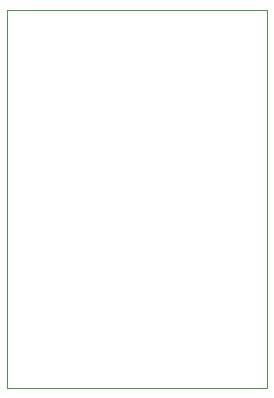
<source format=gm1>
G04 #@! TF.GenerationSoftware,KiCad,Pcbnew,7.0.0-da2b9df05c~163~ubuntu22.04.1*
G04 #@! TF.CreationDate,2023-03-12T19:03:42+00:00*
G04 #@! TF.ProjectId,simpleadapter14f,73696d70-6c65-4616-9461-707465723134,rev?*
G04 #@! TF.SameCoordinates,Original*
G04 #@! TF.FileFunction,Profile,NP*
%FSLAX46Y46*%
G04 Gerber Fmt 4.6, Leading zero omitted, Abs format (unit mm)*
G04 Created by KiCad (PCBNEW 7.0.0-da2b9df05c~163~ubuntu22.04.1) date 2023-03-12 19:03:42*
%MOMM*%
%LPD*%
G01*
G04 APERTURE LIST*
G04 #@! TA.AperFunction,Profile*
%ADD10C,0.100000*%
G04 #@! TD*
G04 APERTURE END LIST*
D10*
X146500000Y-78600000D02*
X168500000Y-78600000D01*
X168500000Y-78600000D02*
X168500000Y-110600000D01*
X168500000Y-110600000D02*
X146500000Y-110600000D01*
X146500000Y-110600000D02*
X146500000Y-78600000D01*
M02*

</source>
